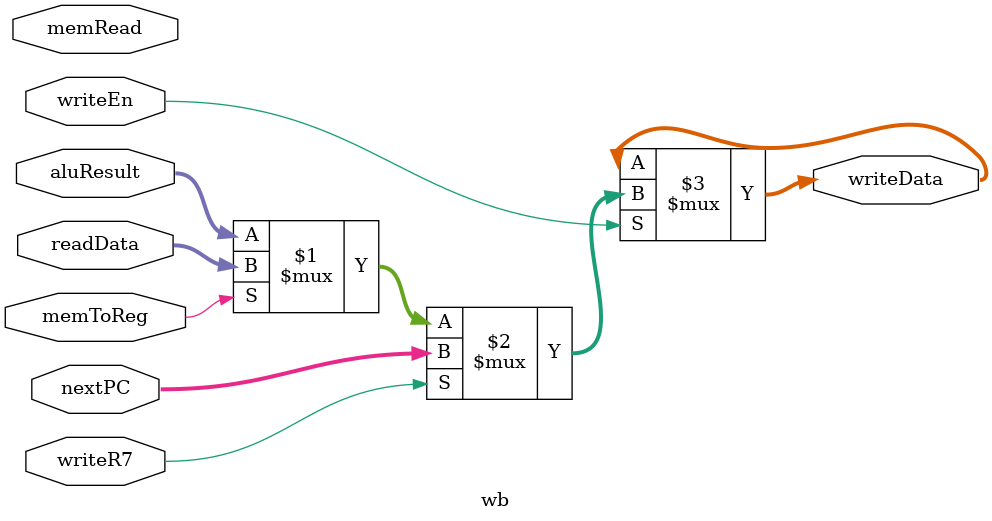
<source format=v>
/*
   CS/ECE 552 Spring '20
  
   Filename        : wb.v
   Description     : This is the module for the overall Write Back stage of the processor.
*/
module wb 	(
					readData,
					memToReg,
					memRead,
					aluResult,
					nextPC,
					writeR7,
					writeData,
					writeEn			
				);

// Passing REG FILE ???

// Inputs:
//	1. Read Data
//	2. MemtoReg
//	3. ALU Result

input [15:0] readData, aluResult, nextPC;
input memRead, memToReg, writeR7, writeEn;

// Outputs:
// 	1. Write Data [15:0]

output [15:0] writeData;

// MUXES
// Read data vs. ALU result
// PC+2 vs. writeREG

/*
		if(writeR7)
		{
			writeData = nextPC;
		}
		else if(memToReg)
		{
			writeData = readData;
		}
		else writeData = alu_result;
*/
assign writeData = writeEn? (writeR7 ? nextPC : (memToReg ? readData : aluResult)) : writeData;

endmodule

</source>
